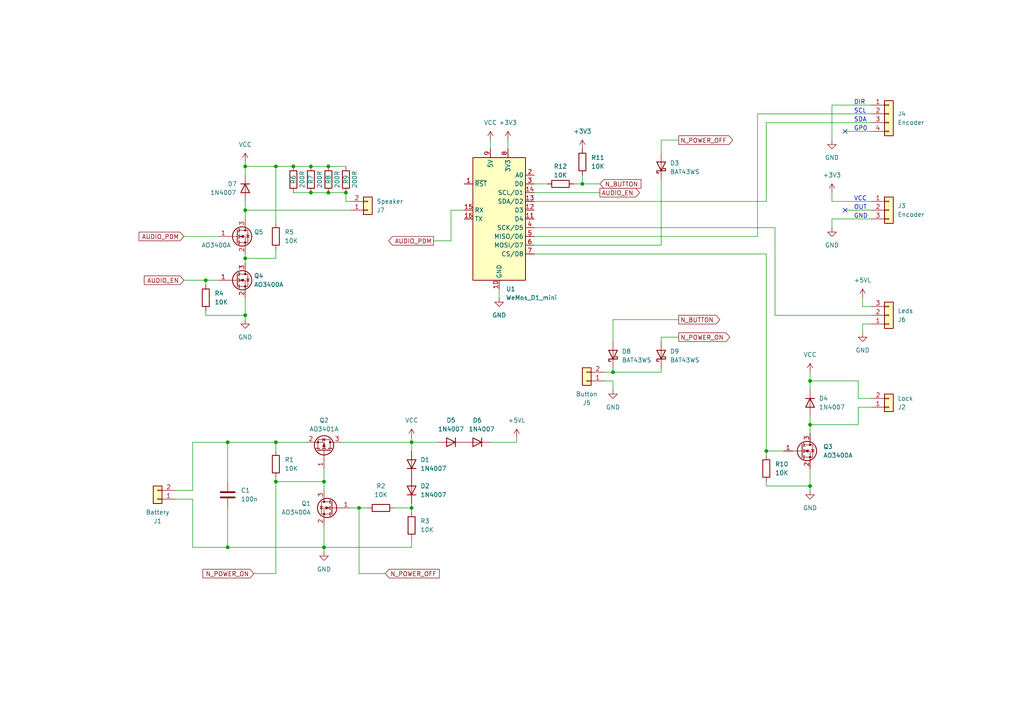
<source format=kicad_sch>
(kicad_sch (version 20230121) (generator eeschema)
  (paper "A4")
  (title_block (title "Pirate Box") (rev "1A"))
  (lib_symbols
    (symbol "Connector_Generic:Conn_01x02" (pin_names (offset 1.016) hide)
      (property "Reference" "J" (at 0 2.54 0))
      (property "Value" "Conn_01x02" (at 0 -5.08 0))
      (symbol "Conn_01x02_1_1"
        (rectangle (start -1.27 -2.413) (end 0 -2.667) (stroke (width 0.1524)))
        (rectangle (start -1.27 0.127) (end 0 -0.127) (stroke (width 0.1524)))
        (rectangle (start -1.27 1.27) (end 1.27 -3.81) (stroke (width 0.254)) (fill (type background)))
        (pin passive line (at -5.08 0 0) (length 3.81) (name "Pin_1") (number "1"))
        (pin passive line (at -5.08 -2.54 0) (length 3.81) (name "Pin_2") (number "2"))
      )
    )
    (symbol "Connector_Generic:Conn_01x03" (pin_names (offset 1.016) hide)
      (property "Reference" "J" (at 0 5.08 0))
      (property "Value" "Conn_01x03" (at 0 -5.08 0))
      (symbol "Conn_01x03_1_1"
        (rectangle (start -1.27 -2.413) (end 0 -2.667) (stroke (width 0.1524)))
        (rectangle (start -1.27 0.127) (end 0 -0.127) (stroke (width 0.1524)))
        (rectangle (start -1.27 2.667) (end 0 2.413) (stroke (width 0.1524)))
        (rectangle (start -1.27 3.81) (end 1.27 -3.81) (stroke (width 0.254)) (fill (type background)))
        (pin passive line (at -5.08 2.54 0) (length 3.81) (name "Pin_1") (number "1"))
        (pin passive line (at -5.08 0 0) (length 3.81) (name "Pin_2") (number "2"))
        (pin passive line (at -5.08 -2.54 0) (length 3.81) (name "Pin_3") (number "3"))
      )
    )
    (symbol "Connector_Generic:Conn_01x04" (pin_names (offset 1.016) hide)
      (property "Reference" "J" (at 0 5.08 0))
      (property "Value" "Conn_01x04" (at 0 -7.62 0))
      (symbol "Conn_01x04_1_1"
        (rectangle (start -1.27 -4.953) (end 0 -5.207) (stroke (width 0.1524)))
        (rectangle (start -1.27 -2.413) (end 0 -2.667) (stroke (width 0.1524)))
        (rectangle (start -1.27 0.127) (end 0 -0.127) (stroke (width 0.1524)))
        (rectangle (start -1.27 2.667) (end 0 2.413) (stroke (width 0.1524)))
        (rectangle (start -1.27 3.81) (end 1.27 -6.35) (stroke (width 0.254)) (fill (type background)))
        (pin passive line (at -5.08 2.54 0) (length 3.81) (name "Pin_1") (number "1"))
        (pin passive line (at -5.08 0 0) (length 3.81) (name "Pin_2") (number "2"))
        (pin passive line (at -5.08 -2.54 0) (length 3.81) (name "Pin_3") (number "3"))
        (pin passive line (at -5.08 -5.08 0) (length 3.81) (name "Pin_4") (number "4"))
      )
    )
    (symbol "Device:C" (pin_numbers hide) (pin_names (offset 0.254))
      (property "Reference" "C" (at 0.635 2.54 0))
      (property "Value" "C" (at 0.635 -2.54 0))
      (symbol "C_0_1"
        (polyline (pts (xy -2.032 -0.762) (xy 2.032 -0.762)) (stroke (width 0.508)))
        (polyline (pts (xy -2.032 0.762) (xy 2.032 0.762)) (stroke (width 0.508)))
      )
      (symbol "C_1_1"
        (pin passive line (at 0 3.81 270) (length 2.794) (name "~") (number "1"))
        (pin passive line (at 0 -3.81 90) (length 2.794) (name "~") (number "2"))
      )
    )
    (symbol "Device:D" (pin_numbers hide) (pin_names (offset 1.016) hide)
      (property "Reference" "D" (at 0 2.54 0))
      (property "Value" "D" (at 0 -2.54 0))
      (symbol "D_0_1"
        (polyline (pts (xy -1.27 1.27) (xy -1.27 -1.27)) (stroke (width 0.254)))
        (polyline (pts (xy 1.27 0) (xy -1.27 0)))
        (polyline (pts (xy 1.27 1.27) (xy 1.27 -1.27) (xy -1.27 0) (xy 1.27 1.27)) (stroke (width 0.254)))
      )
      (symbol "D_1_1"
        (pin passive line (at -3.81 0 0) (length 2.54) (name "K") (number "1"))
        (pin passive line (at 3.81 0 180) (length 2.54) (name "A") (number "2"))
      )
    )
    (symbol "Device:D_Schottky" (pin_numbers hide) (pin_names (offset 1.016) hide)
      (property "Reference" "D" (at 0 2.54 0))
      (property "Value" "D_Schottky" (at 0 -2.54 0))
      (symbol "D_Schottky_0_1"
        (polyline (pts (xy 1.27 0) (xy -1.27 0)))
        (polyline (pts (xy 1.27 1.27) (xy 1.27 -1.27) (xy -1.27 0) (xy 1.27 1.27)) (stroke (width 0.254)))
        (polyline (pts (xy -1.905 0.635) (xy -1.905 1.27) (xy -1.27 1.27) (xy -1.27 -1.27) (xy -0.635 -1.27) (xy -0.635 -0.635)) (stroke (width 0.254)))
      )
      (symbol "D_Schottky_1_1"
        (pin passive line (at -3.81 0 0) (length 2.54) (name "K") (number "1"))
        (pin passive line (at 3.81 0 180) (length 2.54) (name "A") (number "2"))
      )
    )
    (symbol "Device:R" (pin_numbers hide) (pin_names (offset 0))
      (property "Reference" "R" (at 2.032 0 90))
      (property "Value" "R" (at 0 0 90))
      (symbol "R_0_1"
        (rectangle (start -1.016 -2.54) (end 1.016 2.54) (stroke (width 0.254)))
      )
      (symbol "R_1_1"
        (pin passive line (at 0 3.81 270) (length 1.27) (name "~") (number "1"))
        (pin passive line (at 0 -3.81 90) (length 1.27) (name "~") (number "2"))
      )
    )
    (symbol "MCU_Module:WeMos_D1_mini"
      (property "Reference" "U" (at 3.81 19.05 0))
      (property "Value" "WeMos_D1_mini" (at 1.27 -19.05 0))
      (symbol "WeMos_D1_mini_1_1"
        (rectangle (start -7.62 17.78) (end 7.62 -17.78) (stroke (width 0.254)) (fill (type background)))
        (pin input line (at -10.16 10.16 0) (length 2.54) (name "~{RST}") (number "1"))
        (pin power_in line (at 0 -20.32 90) (length 2.54) (name "GND") (number "10"))
        (pin bidirectional line (at 10.16 0 180) (length 2.54) (name "D4") (number "11"))
        (pin bidirectional line (at 10.16 2.54 180) (length 2.54) (name "D3") (number "12"))
        (pin bidirectional line (at 10.16 5.08 180) (length 2.54) (name "SDA/D2") (number "13"))
        (pin bidirectional line (at 10.16 7.62 180) (length 2.54) (name "SCL/D1") (number "14"))
        (pin input line (at -10.16 2.54 0) (length 2.54) (name "RX") (number "15"))
        (pin output line (at -10.16 0 0) (length 2.54) (name "TX") (number "16"))
        (pin input line (at 10.16 12.7 180) (length 2.54) (name "A0") (number "2"))
        (pin bidirectional line (at 10.16 10.16 180) (length 2.54) (name "D0") (number "3"))
        (pin bidirectional line (at 10.16 -2.54 180) (length 2.54) (name "SCK/D5") (number "4"))
        (pin bidirectional line (at 10.16 -5.08 180) (length 2.54) (name "MISO/D6") (number "5"))
        (pin bidirectional line (at 10.16 -7.62 180) (length 2.54) (name "MOSI/D7") (number "6"))
        (pin bidirectional line (at 10.16 -10.16 180) (length 2.54) (name "CS/D8") (number "7"))
        (pin power_out line (at 2.54 20.32 270) (length 2.54) (name "3V3") (number "8"))
        (pin power_in line (at -2.54 20.32 270) (length 2.54) (name "5V") (number "9"))
      )
    )
    (symbol "Transistor_FET:AO3400A" (pin_names hide)
      (property "Reference" "Q" (at 5.08 1.905 0))
      (property "Value" "AO3400A" (at 5.08 0 0))
      (symbol "AO3400A_0_1"
        (polyline (pts (xy 0.254 0) (xy -2.54 0)))
        (polyline (pts (xy 0.254 1.905) (xy 0.254 -1.905)) (stroke (width 0.254)))
        (polyline (pts (xy 0.762 -1.27) (xy 0.762 -2.286)) (stroke (width 0.254)))
        (polyline (pts (xy 0.762 0.508) (xy 0.762 -0.508)) (stroke (width 0.254)))
        (polyline (pts (xy 0.762 2.286) (xy 0.762 1.27)) (stroke (width 0.254)))
        (polyline (pts (xy 2.54 2.54) (xy 2.54 1.778)))
        (polyline (pts (xy 2.54 -2.54) (xy 2.54 0) (xy 0.762 0)))
        (polyline (pts (xy 0.762 -1.778) (xy 3.302 -1.778) (xy 3.302 1.778) (xy 0.762 1.778)))
        (polyline (pts (xy 1.016 0) (xy 2.032 0.381) (xy 2.032 -0.381) (xy 1.016 0)) (fill (type outline)))
        (polyline (pts (xy 2.794 0.508) (xy 2.921 0.381) (xy 3.683 0.381) (xy 3.81 0.254)))
        (polyline (pts (xy 3.302 0.381) (xy 2.921 -0.254) (xy 3.683 -0.254) (xy 3.302 0.381)))
        (circle (center 1.651 0) (radius 2.794) (stroke (width 0.254)))
        (circle (center 2.54 -1.778) (radius 0.254) (fill (type outline)))
        (circle (center 2.54 1.778) (radius 0.254) (fill (type outline)))
      )
      (symbol "AO3400A_1_1"
        (pin input line (at -5.08 0 0) (length 2.54) (name "G") (number "1"))
        (pin passive line (at 2.54 -5.08 90) (length 2.54) (name "S") (number "2"))
        (pin passive line (at 2.54 5.08 270) (length 2.54) (name "D") (number "3"))
      )
    )
    (symbol "Transistor_FET:AO3401A" (pin_names hide)
      (property "Reference" "Q" (at 5.08 1.905 0))
      (property "Value" "AO3401A" (at 5.08 0 0))
      (symbol "AO3401A_0_1"
        (polyline (pts (xy 0.254 0) (xy -2.54 0)))
        (polyline (pts (xy 0.254 1.905) (xy 0.254 -1.905)) (stroke (width 0.254)))
        (polyline (pts (xy 0.762 -1.27) (xy 0.762 -2.286)) (stroke (width 0.254)))
        (polyline (pts (xy 0.762 0.508) (xy 0.762 -0.508)) (stroke (width 0.254)))
        (polyline (pts (xy 0.762 2.286) (xy 0.762 1.27)) (stroke (width 0.254)))
        (polyline (pts (xy 2.54 2.54) (xy 2.54 1.778)))
        (polyline (pts (xy 2.54 -2.54) (xy 2.54 0) (xy 0.762 0)))
        (polyline (pts (xy 0.762 1.778) (xy 3.302 1.778) (xy 3.302 -1.778) (xy 0.762 -1.778)))
        (polyline (pts (xy 2.286 0) (xy 1.27 0.381) (xy 1.27 -0.381) (xy 2.286 0)) (fill (type outline)))
        (polyline (pts (xy 2.794 -0.508) (xy 2.921 -0.381) (xy 3.683 -0.381) (xy 3.81 -0.254)))
        (polyline (pts (xy 3.302 -0.381) (xy 2.921 0.254) (xy 3.683 0.254) (xy 3.302 -0.381)))
        (circle (center 1.651 0) (radius 2.794) (stroke (width 0.254)))
        (circle (center 2.54 -1.778) (radius 0.254) (fill (type outline)))
        (circle (center 2.54 1.778) (radius 0.254) (fill (type outline)))
      )
      (symbol "AO3401A_1_1"
        (pin input line (at -5.08 0 0) (length 2.54) (name "G") (number "1"))
        (pin passive line (at 2.54 -5.08 90) (length 2.54) (name "S") (number "2"))
        (pin passive line (at 2.54 5.08 270) (length 2.54) (name "D") (number "3"))
      )
    )
    (symbol "power:+3V3" (power) (pin_names (offset 0))
      (property "Value" "+3V3" (at 0 3.556 0))
      (symbol "+3V3_0_1"
        (polyline (pts (xy -0.762 1.27) (xy 0 2.54)))
        (polyline (pts (xy 0 0) (xy 0 2.54)))
        (polyline (pts (xy 0 2.54) (xy 0.762 1.27)))
      )
      (symbol "+3V3_1_1"
        (pin power_in line (at 0 0 90) (length 0) hide (name "+3V3") (number "1"))
      )
    )
    (symbol "power:+5VL" (power) (pin_names (offset 0))
      (property "Value" "+5VL" (at 0 3.556 0))
      (symbol "+5VL_0_1"
        (polyline (pts (xy -0.762 1.27) (xy 0 2.54)))
        (polyline (pts (xy 0 0) (xy 0 2.54)))
        (polyline (pts (xy 0 2.54) (xy 0.762 1.27)))
      )
      (symbol "+5VL_1_1"
        (pin power_in line (at 0 0 90) (length 0) hide (name "+5VL") (number "1"))
      )
    )
    (symbol "power:GND" (power) (pin_names (offset 0))
      (property "Value" "GND" (at 0 -3.81 0))
      (symbol "GND_0_1"
        (polyline (pts (xy 0 0) (xy 0 -1.27) (xy 1.27 -1.27) (xy 0 -2.54) (xy -1.27 -1.27) (xy 0 -1.27)))
      )
      (symbol "GND_1_1"
        (pin power_in line (at 0 0 270) (length 0) hide (name "GND") (number "1"))
      )
    )
    (symbol "power:VCC" (power) (pin_names (offset 0))
      (property "Value" "VCC" (at 0 3.81 0))
      (symbol "VCC_0_1"
        (polyline (pts (xy -0.762 1.27) (xy 0 2.54)))
        (polyline (pts (xy 0 0) (xy 0 2.54)))
        (polyline (pts (xy 0 2.54) (xy 0.762 1.27)))
      )
      (symbol "VCC_1_1"
        (pin power_in line (at 0 0 90) (length 0) hide (name "VCC") (number "1"))
      )
    )
  )
  (junction (at 95.25 48.26))
  (junction (at 100.33 55.88))
  (junction (at 119.38 147.32))
  (junction (at 66.04 128.27))
  (junction (at 90.17 55.88))
  (junction (at 93.98 158.75))
  (junction (at 90.17 48.26))
  (junction (at 80.01 139.7))
  (junction (at 71.12 91.44))
  (junction (at 80.01 128.27))
  (junction (at 66.04 158.75))
  (junction (at 234.95 123.19))
  (junction (at 71.12 60.96))
  (junction (at 234.95 140.97))
  (junction (at 119.38 128.27))
  (junction (at 104.14 147.32))
  (junction (at 234.95 110.49))
  (junction (at 80.01 48.26))
  (junction (at 177.8 107.95))
  (junction (at 71.12 74.93))
  (junction (at 71.12 48.26))
  (junction (at 85.09 48.26))
  (junction (at 168.91 53.34))
  (junction (at 222.25 130.81))
  (junction (at 59.69 81.28))
  (junction (at 95.25 55.88))
  (junction (at 93.98 139.7))
  (no_connect (at 245.11 38.1))
  (no_connect (at 245.11 60.96))
  (wire (pts (xy 130.81 69.85) (xy 130.81 60.96)))
  (wire (pts (xy 222.25 130.81) (xy 227.33 130.81)))
  (wire (pts (xy 100.33 55.88) (xy 100.33 58.42)))
  (wire (pts (xy 252.73 88.9) (xy 250.19 88.9)))
  (wire (pts (xy 142.24 128.27) (xy 149.86 128.27)))
  (wire (pts (xy 55.88 128.27) (xy 66.04 128.27)))
  (wire (pts (xy 248.92 115.57) (xy 248.92 110.49)))
  (wire (pts (xy 50.8 142.24) (xy 55.88 142.24)))
  (wire (pts (xy 166.37 53.34) (xy 168.91 53.34)))
  (wire (pts (xy 234.95 107.95) (xy 234.95 110.49)))
  (wire (pts (xy 80.01 128.27) (xy 88.9 128.27)))
  (wire (pts (xy 177.8 106.68) (xy 177.8 107.95)))
  (wire (pts (xy 252.73 93.98) (xy 250.19 93.98)))
  (wire (pts (xy 154.94 73.66) (xy 222.25 73.66)))
  (wire (pts (xy 71.12 91.44) (xy 71.12 92.71)))
  (wire (pts (xy 222.25 73.66) (xy 222.25 130.81)))
  (wire (pts (xy 71.12 48.26) (xy 71.12 50.8)))
  (wire (pts (xy 219.71 33.02) (xy 219.71 68.58)))
  (wire (pts (xy 80.01 128.27) (xy 80.01 130.81)))
  (wire (pts (xy 55.88 142.24) (xy 55.88 128.27)))
  (wire (pts (xy 55.88 144.78) (xy 50.8 144.78)))
  (wire (pts (xy 119.38 147.32) (xy 119.38 148.59)))
  (wire (pts (xy 80.01 139.7) (xy 80.01 166.37)))
  (wire (pts (xy 191.77 44.45) (xy 191.77 40.64)))
  (wire (pts (xy 154.94 55.88) (xy 173.99 55.88)))
  (wire (pts (xy 222.25 35.56) (xy 252.73 35.56)))
  (wire (pts (xy 222.25 140.97) (xy 234.95 140.97)))
  (wire (pts (xy 71.12 60.96) (xy 101.6 60.96)))
  (wire (pts (xy 177.8 110.49) (xy 177.8 113.03)))
  (wire (pts (xy 59.69 82.55) (xy 59.69 81.28)))
  (wire (pts (xy 177.8 107.95) (xy 191.77 107.95)))
  (wire (pts (xy 252.73 91.44) (xy 224.79 91.44)))
  (wire (pts (xy 245.11 60.96) (xy 252.73 60.96)))
  (wire (pts (xy 154.94 68.58) (xy 219.71 68.58)))
  (wire (pts (xy 252.73 115.57) (xy 248.92 115.57)))
  (wire (pts (xy 234.95 120.65) (xy 234.95 123.19)))
  (wire (pts (xy 80.01 48.26) (xy 71.12 48.26)))
  (wire (pts (xy 222.25 139.7) (xy 222.25 140.97)))
  (wire (pts (xy 252.73 63.5) (xy 241.3 63.5)))
  (wire (pts (xy 80.01 74.93) (xy 80.01 72.39)))
  (wire (pts (xy 234.95 135.89) (xy 234.95 140.97)))
  (wire (pts (xy 149.86 128.27) (xy 149.86 127)))
  (wire (pts (xy 53.34 81.28) (xy 59.69 81.28)))
  (wire (pts (xy 191.77 40.64) (xy 196.85 40.64)))
  (wire (pts (xy 93.98 158.75) (xy 66.04 158.75)))
  (wire (pts (xy 71.12 46.99) (xy 71.12 48.26)))
  (wire (pts (xy 119.38 128.27) (xy 119.38 130.81)))
  (wire (pts (xy 168.91 53.34) (xy 168.91 50.8)))
  (wire (pts (xy 80.01 138.43) (xy 80.01 139.7)))
  (wire (pts (xy 224.79 91.44) (xy 224.79 66.04)))
  (wire (pts (xy 73.66 166.37) (xy 80.01 166.37)))
  (wire (pts (xy 80.01 139.7) (xy 93.98 139.7)))
  (wire (pts (xy 71.12 74.93) (xy 80.01 74.93)))
  (wire (pts (xy 234.95 123.19) (xy 248.92 123.19)))
  (wire (pts (xy 101.6 147.32) (xy 104.14 147.32)))
  (wire (pts (xy 95.25 55.88) (xy 100.33 55.88)))
  (wire (pts (xy 248.92 118.11) (xy 252.73 118.11)))
  (wire (pts (xy 104.14 147.32) (xy 106.68 147.32)))
  (wire (pts (xy 93.98 135.89) (xy 93.98 139.7)))
  (wire (pts (xy 175.26 110.49) (xy 177.8 110.49)))
  (wire (pts (xy 93.98 152.4) (xy 93.98 158.75)))
  (wire (pts (xy 119.38 127) (xy 119.38 128.27)))
  (wire (pts (xy 241.3 63.5) (xy 241.3 66.04)))
  (wire (pts (xy 154.94 71.12) (xy 191.77 71.12)))
  (wire (pts (xy 93.98 158.75) (xy 93.98 160.02)))
  (wire (pts (xy 99.06 128.27) (xy 119.38 128.27)))
  (wire (pts (xy 114.3 147.32) (xy 119.38 147.32)))
  (wire (pts (xy 175.26 107.95) (xy 177.8 107.95)))
  (wire (pts (xy 119.38 158.75) (xy 93.98 158.75)))
  (wire (pts (xy 59.69 90.17) (xy 59.69 91.44)))
  (wire (pts (xy 191.77 107.95) (xy 191.77 106.68)))
  (wire (pts (xy 100.33 58.42) (xy 101.6 58.42)))
  (wire (pts (xy 177.8 92.71) (xy 196.85 92.71)))
  (wire (pts (xy 222.25 58.42) (xy 222.25 35.56)))
  (wire (pts (xy 147.32 40.64) (xy 147.32 43.18)))
  (wire (pts (xy 71.12 60.96) (xy 71.12 63.5)))
  (wire (pts (xy 154.94 58.42) (xy 222.25 58.42)))
  (wire (pts (xy 252.73 38.1) (xy 245.11 38.1)))
  (wire (pts (xy 234.95 123.19) (xy 234.95 125.73)))
  (wire (pts (xy 71.12 73.66) (xy 71.12 74.93)))
  (wire (pts (xy 55.88 158.75) (xy 66.04 158.75)))
  (wire (pts (xy 90.17 48.26) (xy 95.25 48.26)))
  (wire (pts (xy 71.12 91.44) (xy 71.12 86.36)))
  (wire (pts (xy 85.09 48.26) (xy 80.01 48.26)))
  (wire (pts (xy 130.81 69.85) (xy 125.73 69.85)))
  (wire (pts (xy 222.25 130.81) (xy 222.25 132.08)))
  (wire (pts (xy 85.09 48.26) (xy 90.17 48.26)))
  (wire (pts (xy 66.04 158.75) (xy 66.04 147.32)))
  (wire (pts (xy 66.04 128.27) (xy 80.01 128.27)))
  (wire (pts (xy 191.77 97.79) (xy 196.85 97.79)))
  (wire (pts (xy 80.01 48.26) (xy 80.01 64.77)))
  (wire (pts (xy 252.73 58.42) (xy 241.3 58.42)))
  (wire (pts (xy 93.98 139.7) (xy 93.98 142.24)))
  (wire (pts (xy 154.94 66.04) (xy 224.79 66.04)))
  (wire (pts (xy 59.69 91.44) (xy 71.12 91.44)))
  (wire (pts (xy 241.3 40.64) (xy 241.3 30.48)))
  (wire (pts (xy 177.8 99.06) (xy 177.8 92.71)))
  (wire (pts (xy 168.91 53.34) (xy 173.99 53.34)))
  (wire (pts (xy 55.88 158.75) (xy 55.88 144.78)))
  (wire (pts (xy 241.3 30.48) (xy 252.73 30.48)))
  (wire (pts (xy 234.95 110.49) (xy 234.95 113.03)))
  (wire (pts (xy 119.38 146.05) (xy 119.38 147.32)))
  (wire (pts (xy 142.24 40.64) (xy 142.24 43.18)))
  (wire (pts (xy 95.25 48.26) (xy 100.33 48.26)))
  (wire (pts (xy 66.04 139.7) (xy 66.04 128.27)))
  (wire (pts (xy 53.34 68.58) (xy 63.5 68.58)))
  (wire (pts (xy 71.12 74.93) (xy 71.12 76.2)))
  (wire (pts (xy 154.94 53.34) (xy 158.75 53.34)))
  (wire (pts (xy 119.38 128.27) (xy 127 128.27)))
  (wire (pts (xy 119.38 156.21) (xy 119.38 158.75)))
  (wire (pts (xy 59.69 81.28) (xy 63.5 81.28)))
  (wire (pts (xy 250.19 88.9) (xy 250.19 86.36)))
  (wire (pts (xy 250.19 93.98) (xy 250.19 96.52)))
  (wire (pts (xy 134.62 60.96) (xy 130.81 60.96)))
  (wire (pts (xy 241.3 58.42) (xy 241.3 55.88)))
  (wire (pts (xy 252.73 33.02) (xy 219.71 33.02)))
  (wire (pts (xy 71.12 58.42) (xy 71.12 60.96)))
  (wire (pts (xy 85.09 55.88) (xy 90.17 55.88)))
  (wire (pts (xy 104.14 147.32) (xy 104.14 166.37)))
  (wire (pts (xy 191.77 99.06) (xy 191.77 97.79)))
  (wire (pts (xy 104.14 166.37) (xy 111.76 166.37)))
  (wire (pts (xy 248.92 123.19) (xy 248.92 118.11)))
  (wire (pts (xy 191.77 71.12) (xy 191.77 52.07)))
  (wire (pts (xy 234.95 140.97) (xy 234.95 142.24)))
  (wire (pts (xy 90.17 55.88) (xy 95.25 55.88)))
  (wire (pts (xy 248.92 110.49) (xy 234.95 110.49)))
  (wire (pts (xy 144.78 83.82) (xy 144.78 86.36)))
  (text "OUT" (at 247.65 60.96 0) (effects (font (size 1.27 1.27)) (justify left bottom)))
  (text "GND" (at 247.65 63.5 0) (effects (font (size 1.27 1.27)) (justify left bottom)))
  (text "DIR" (at 247.65 30.48 0) (effects (font (size 1.27 1.27)) (justify left bottom)))
  (text "GP0" (at 247.65 38.1 0) (effects (font (size 1.27 1.27)) (justify left bottom)))
  (text "SDA" (at 247.65 35.56 0) (effects (font (size 1.27 1.27)) (justify left bottom)))
  (text "VCC" (at 247.65 58.42 0) (effects (font (size 1.27 1.27)) (justify left bottom)))
  (text "SCL" (at 247.65 33.02 0) (effects (font (size 1.27 1.27)) (justify left bottom)))
  (global_label "N_POWER_ON" (shape output) (at 196.85 97.79 0) (property "Intersheetrefs" "${INTERSHEET_REFS}" (effects hide)))
  (global_label "N_POWER_OFF" (shape input) (at 111.76 166.37 0) (property "Intersheetrefs" "${INTERSHEET_REFS}" (effects hide)))
  (global_label "AUDIO_PDM" (shape input) (at 53.34 68.58 180) (property "Intersheetrefs" "${INTERSHEET_REFS}" (effects hide)))
  (global_label "N_BUTTON" (shape input) (at 173.99 53.34 0) (property "Intersheetrefs" "${INTERSHEET_REFS}" (effects hide)))
  (global_label "N_POWER_OFF" (shape output) (at 196.85 40.64 0) (property "Intersheetrefs" "${INTERSHEET_REFS}" (effects hide)))
  (global_label "N_BUTTON" (shape output) (at 196.85 92.71 0) (property "Intersheetrefs" "${INTERSHEET_REFS}" (effects hide)))
  (global_label "AUDIO_EN" (shape input) (at 53.34 81.28 180) (property "Intersheetrefs" "${INTERSHEET_REFS}" (effects hide)))
  (global_label "N_POWER_ON" (shape input) (at 73.66 166.37 180) (property "Intersheetrefs" "${INTERSHEET_REFS}" (effects hide)))
  (global_label "AUDIO_EN" (shape output) (at 173.99 55.88 0) (property "Intersheetrefs" "${INTERSHEET_REFS}" (effects hide)))
  (global_label "AUDIO_PDM" (shape output) (at 125.73 69.85 180) (property "Intersheetrefs" "${INTERSHEET_REFS}" (effects hide)))
  (symbol (lib_id "Device:R") (at 95.25 52.07 180) (unit 1)
    (property "Reference" "R8" (at 95.25 52.07 90))
    (property "Value" "200R" (at 97.79 52.07 90))
    (property "Footprint" "Resistor_SMD:R_0603_1608Metric_Pad0.98x0.95mm_HandSolder" (effects hide))
  )
  (symbol (lib_id "power:VCC") (at 71.12 46.99 0) (unit 1)
    (property "Reference" "#PWR016" (effects hide))
    (property "Value" "VCC" (at 71.12 41.91 0))
  )
  (symbol (lib_id "Connector_Generic:Conn_01x02") (at 106.68 60.96 0) (mirror x) (unit 1)
    (property "Reference" "J7" (at 109.22 60.96 0) (effects (justify left)))
    (property "Value" "Speaker" (at 109.22 58.42 0) (effects (justify left)))
    (property "Footprint" "Connector_PinHeader_2.54mm:PinHeader_1x02_P2.54mm_Vertical" (effects hide))
  )
  (symbol (lib_id "MCU_Module:WeMos_D1_mini") (at 144.78 63.5 0) (unit 1)
    (property "Reference" "U1" (at 146.7359 83.82 0) (effects (justify left)))
    (property "Value" "WeMos_D1_mini" (at 146.7359 86.36 0) (effects (justify left)))
    (property "Footprint" "Module:WEMOS_D1_mini_light" (effects hide))
    (property "Datasheet" "https://wiki.wemos.cc/products:d1:d1_mini#documentation" (effects hide))
  )
  (symbol (lib_id "power:GND") (at 71.12 92.71 0) (unit 1)
    (property "Reference" "#PWR017" (effects hide))
    (property "Value" "GND" (at 71.12 97.79 0))
  )
  (symbol (lib_id "Transistor_FET:AO3400A") (at 68.58 81.28 0) (unit 1)
    (property "Reference" "Q4" (at 73.66 80.01 0) (effects (justify left)))
    (property "Value" "AO3400A" (at 73.66 82.55 0) (effects (justify left)))
    (property "Footprint" "Package_TO_SOT_SMD:SOT-23" (effects hide))
    (property "Datasheet" "http://www.aosmd.com/pdfs/datasheet/AO3400A.pdf" (effects hide))
  )
  (symbol (lib_id "Device:R") (at 90.17 52.07 180) (unit 1)
    (property "Reference" "R7" (at 90.17 52.07 90))
    (property "Value" "200R" (at 92.71 52.07 90))
    (property "Footprint" "Resistor_SMD:R_0603_1608Metric_Pad0.98x0.95mm_HandSolder" (effects hide))
  )
  (symbol (lib_id "power:GND") (at 250.19 96.52 0) (unit 1)
    (property "Reference" "#PWR011" (effects hide))
    (property "Value" "GND" (at 250.19 101.6 0))
  )
  (symbol (lib_id "Transistor_FET:AO3400A") (at 232.41 130.81 0) (unit 1)
    (property "Reference" "Q3" (at 238.76 129.54 0) (effects (justify left)))
    (property "Value" "AO3400A" (at 238.76 132.08 0) (effects (justify left)))
    (property "Footprint" "Package_TO_SOT_SMD:SOT-23" (effects hide))
    (property "Datasheet" "http://www.aosmd.com/pdfs/datasheet/AO3400A.pdf" (effects hide))
  )
  (symbol (lib_id "Device:R") (at 80.01 68.58 0) (unit 1)
    (property "Reference" "R5" (at 82.55 67.31 0) (effects (justify left)))
    (property "Value" "10K" (at 82.55 69.85 0) (effects (justify left)))
    (property "Footprint" "Resistor_SMD:R_0603_1608Metric_Pad0.98x0.95mm_HandSolder" (effects hide))
  )
  (symbol (lib_id "power:+5VL") (at 250.19 86.36 0) (unit 1)
    (property "Reference" "#PWR06" (effects hide))
    (property "Value" "+5VL" (at 250.19 81.28 0))
  )
  (symbol (lib_id "Device:R") (at 80.01 134.62 180) (unit 1)
    (property "Reference" "R1" (at 82.55 133.35 0) (effects (justify right)))
    (property "Value" "10K" (at 82.55 135.89 0) (effects (justify right)))
    (property "Footprint" "Resistor_SMD:R_0603_1608Metric_Pad0.98x0.95mm_HandSolder" (effects hide))
  )
  (symbol (lib_id "Connector_Generic:Conn_01x03") (at 257.81 91.44 0) (mirror x) (unit 1)
    (property "Reference" "J6" (at 260.35 92.71 0) (effects (justify left)))
    (property "Value" "Leds" (at 260.35 90.17 0) (effects (justify left)))
    (property "Footprint" "Connector_PinHeader_2.54mm:PinHeader_1x03_P2.54mm_Vertical" (effects hide))
  )
  (symbol (lib_id "power:GND") (at 177.8 113.03 0) (unit 1)
    (property "Reference" "#PWR07" (effects hide))
    (property "Value" "GND" (at 177.8 118.11 0))
  )
  (symbol (lib_id "power:+3V3") (at 168.91 43.18 0) (unit 1)
    (property "Reference" "#PWR015" (effects hide))
    (property "Value" "+3V3" (at 168.91 38.1 0))
  )
  (symbol (lib_id "power:VCC") (at 119.38 127 0) (unit 1)
    (property "Reference" "#PWR02" (effects hide))
    (property "Value" "VCC" (at 119.38 121.92 0))
  )
  (symbol (lib_id "Device:D") (at 138.43 128.27 180) (unit 1)
    (property "Reference" "D6" (at 138.43 121.92 0))
    (property "Value" "1N4007" (at 139.7 124.46 0))
    (property "Footprint" "Diode_SMD:D_SMA" (effects hide))
    (property "Sim.Device" "D" (effects hide))
    (property "Sim.Pins" "1=K 2=A" (effects hide))
  )
  (symbol (lib_id "power:VCC") (at 142.24 40.64 0) (unit 1)
    (property "Reference" "#PWR03" (effects hide))
    (property "Value" "VCC" (at 142.24 35.56 0))
  )
  (symbol (lib_id "Device:R") (at 119.38 152.4 0) (unit 1)
    (property "Reference" "R3" (at 121.92 151.13 0) (effects (justify left)))
    (property "Value" "10K" (at 121.92 153.67 0) (effects (justify left)))
    (property "Footprint" "Resistor_SMD:R_0603_1608Metric_Pad0.98x0.95mm_HandSolder" (effects hide))
  )
  (symbol (lib_id "Connector_Generic:Conn_01x02") (at 257.81 118.11 0) (mirror x) (unit 1)
    (property "Reference" "J2" (at 260.35 118.11 0) (effects (justify left)))
    (property "Value" "Lock" (at 260.35 115.57 0) (effects (justify left)))
    (property "Footprint" "Connector_JST:JST_PH_B2B-PH-K_1x02_P2.00mm_Vertical" (effects hide))
  )
  (symbol (lib_id "power:GND") (at 241.3 66.04 0) (unit 1)
    (property "Reference" "#PWR013" (effects hide))
    (property "Value" "GND" (at 241.3 71.12 0))
  )
  (symbol (lib_id "Device:D") (at 130.81 128.27 180) (unit 1)
    (property "Reference" "D5" (at 130.81 121.92 0))
    (property "Value" "1N4007" (at 130.81 124.46 0))
    (property "Footprint" "Diode_SMD:D_SMA" (effects hide))
    (property "Sim.Device" "D" (effects hide))
    (property "Sim.Pins" "1=K 2=A" (effects hide))
  )
  (symbol (lib_id "power:+5VL") (at 149.86 127 0) (unit 1)
    (property "Reference" "#PWR012" (effects hide))
    (property "Value" "+5VL" (at 149.86 121.92 0))
  )
  (symbol (lib_id "Transistor_FET:AO3400A") (at 96.52 147.32 0) (mirror y) (unit 1)
    (property "Reference" "Q1" (at 90.17 146.05 0) (effects (justify left)))
    (property "Value" "AO3400A" (at 90.17 148.59 0) (effects (justify left)))
    (property "Footprint" "Package_TO_SOT_SMD:SOT-23" (effects hide))
    (property "Datasheet" "http://www.aosmd.com/pdfs/datasheet/AO3400A.pdf" (effects hide))
  )
  (symbol (lib_id "power:GND") (at 234.95 142.24 0) (unit 1)
    (property "Reference" "#PWR08" (effects hide))
    (property "Value" "GND" (at 234.95 147.32 0))
  )
  (symbol (lib_id "power:GND") (at 93.98 160.02 0) (unit 1)
    (property "Reference" "#PWR01" (effects hide))
    (property "Value" "GND" (at 93.98 165.1 0))
  )
  (symbol (lib_id "Device:D") (at 119.38 134.62 90) (unit 1)
    (property "Reference" "D1" (at 121.92 133.35 90) (effects (justify right)))
    (property "Value" "1N4007" (at 121.92 135.89 90) (effects (justify right)))
    (property "Footprint" "Diode_SMD:D_SMA" (effects hide))
    (property "Sim.Device" "D" (effects hide))
    (property "Sim.Pins" "1=K 2=A" (effects hide))
  )
  (symbol (lib_id "power:VCC") (at 234.95 107.95 0) (unit 1)
    (property "Reference" "#PWR09" (effects hide))
    (property "Value" "VCC" (at 234.95 102.87 0))
  )
  (symbol (lib_id "Connector_Generic:Conn_01x02") (at 45.72 144.78 180) (unit 1)
    (property "Reference" "J1" (at 45.72 151.13 0))
    (property "Value" "Battery" (at 45.72 148.59 0))
    (property "Footprint" "footprints:TerminalBlock_KaiFeng_KF141R-2_1x02_P2.54mm" (effects hide))
  )
  (symbol (lib_id "Device:R") (at 162.56 53.34 90) (unit 1)
    (property "Reference" "R12" (at 162.56 48.26 90))
    (property "Value" "10K" (at 162.56 50.8 90))
    (property "Footprint" "Resistor_SMD:R_0603_1608Metric_Pad0.98x0.95mm_HandSolder" (effects hide))
  )
  (symbol (lib_id "Device:R") (at 85.09 52.07 180) (unit 1)
    (property "Reference" "R6" (at 85.09 52.07 90))
    (property "Value" "200R" (at 87.63 52.07 90))
    (property "Footprint" "Resistor_SMD:R_0603_1608Metric_Pad0.98x0.95mm_HandSolder" (effects hide))
  )
  (symbol (lib_id "power:GND") (at 241.3 40.64 0) (unit 1)
    (property "Reference" "#PWR014" (effects hide))
    (property "Value" "GND" (at 241.3 45.72 0))
  )
  (symbol (lib_id "Transistor_FET:AO3400A") (at 68.58 68.58 0) (unit 1)
    (property "Reference" "Q5" (at 73.66 67.31 0) (effects (justify left)))
    (property "Value" "AO3400A" (at 58.42 71.12 0) (effects (justify left)))
    (property "Footprint" "Package_TO_SOT_SMD:SOT-23" (effects hide))
    (property "Datasheet" "http://www.aosmd.com/pdfs/datasheet/AO3400A.pdf" (effects hide))
  )
  (symbol (lib_id "power:+3V3") (at 147.32 40.64 0) (unit 1)
    (property "Reference" "#PWR04" (effects hide))
    (property "Value" "+3V3" (at 147.32 35.56 0))
  )
  (symbol (lib_id "Connector_Generic:Conn_01x04") (at 257.81 33.02 0) (unit 1)
    (property "Reference" "J4" (at 260.35 33.02 0) (effects (justify left)))
    (property "Value" "Encoder" (at 260.35 35.56 0) (effects (justify left)))
    (property "Footprint" "Connector_PinHeader_2.54mm:PinHeader_1x04_P2.54mm_Vertical" (effects hide))
  )
  (symbol (lib_id "Device:R") (at 100.33 52.07 180) (unit 1)
    (property "Reference" "R9" (at 100.33 52.07 90))
    (property "Value" "200R" (at 102.87 52.07 90))
    (property "Footprint" "Resistor_SMD:R_0603_1608Metric_Pad0.98x0.95mm_HandSolder" (effects hide))
  )
  (symbol (lib_id "Connector_Generic:Conn_01x03") (at 257.81 60.96 0) (unit 1)
    (property "Reference" "J3" (at 260.35 59.69 0) (effects (justify left)))
    (property "Value" "Encoder" (at 260.35 62.23 0) (effects (justify left)))
    (property "Footprint" "Connector_PinHeader_2.54mm:PinHeader_1x03_P2.54mm_Vertical" (effects hide))
  )
  (symbol (lib_id "Device:D_Schottky") (at 177.8 102.87 90) (unit 1)
    (property "Reference" "D8" (at 180.34 101.9175 90) (effects (justify right)))
    (property "Value" "BAT43WS" (at 180.34 104.4575 90) (effects (justify right)))
    (property "Footprint" "Diode_SMD:D_SOD-323_HandSoldering" (effects hide))
  )
  (symbol (lib_id "Device:C") (at 66.04 143.51 0) (unit 1)
    (property "Reference" "C1" (at 69.85 142.24 0) (effects (justify left)))
    (property "Value" "100n" (at 69.85 144.78 0) (effects (justify left)))
    (property "Footprint" "Capacitor_SMD:C_0603_1608Metric_Pad1.08x0.95mm_HandSolder" (effects hide))
  )
  (symbol (lib_id "Device:R") (at 110.49 147.32 90) (unit 1)
    (property "Reference" "R2" (at 110.49 140.97 90))
    (property "Value" "10K" (at 110.49 143.51 90))
    (property "Footprint" "Resistor_SMD:R_0603_1608Metric_Pad0.98x0.95mm_HandSolder" (effects hide))
  )
  (symbol (lib_id "Transistor_FET:AO3401A") (at 93.98 130.81 270) (mirror x) (unit 1)
    (property "Reference" "Q2" (at 93.98 121.92 90))
    (property "Value" "AO3401A" (at 93.98 124.46 90))
    (property "Footprint" "Package_TO_SOT_SMD:SOT-23" (effects hide))
    (property "Datasheet" "http://www.aosmd.com/pdfs/datasheet/AO3401A.pdf" (effects hide))
  )
  (symbol (lib_id "Device:D_Schottky") (at 191.77 48.26 90) (unit 1)
    (property "Reference" "D3" (at 194.31 47.3075 90) (effects (justify right)))
    (property "Value" "BAT43WS" (at 194.31 49.8475 90) (effects (justify right)))
    (property "Footprint" "Diode_SMD:D_SOD-323_HandSoldering" (effects hide))
  )
  (symbol (lib_id "Device:R") (at 222.25 135.89 0) (unit 1)
    (property "Reference" "R10" (at 224.79 134.62 0) (effects (justify left)))
    (property "Value" "10K" (at 224.79 137.16 0) (effects (justify left)))
    (property "Footprint" "Resistor_SMD:R_0603_1608Metric_Pad0.98x0.95mm_HandSolder" (effects hide))
  )
  (symbol (lib_id "power:+3V3") (at 241.3 55.88 0) (unit 1)
    (property "Reference" "#PWR010" (effects hide))
    (property "Value" "+3V3" (at 241.3 50.8 0))
  )
  (symbol (lib_id "Device:R") (at 168.91 46.99 0) (unit 1)
    (property "Reference" "R11" (at 171.45 45.72 0) (effects (justify left)))
    (property "Value" "10K" (at 171.45 48.26 0) (effects (justify left)))
    (property "Footprint" "Resistor_SMD:R_0603_1608Metric_Pad0.98x0.95mm_HandSolder" (effects hide))
  )
  (symbol (lib_id "Device:D_Schottky") (at 191.77 102.87 90) (unit 1)
    (property "Reference" "D9" (at 194.31 101.9175 90) (effects (justify right)))
    (property "Value" "BAT43WS" (at 194.31 104.4575 90) (effects (justify right)))
    (property "Footprint" "Diode_SMD:D_SOD-323_HandSoldering" (effects hide))
  )
  (symbol (lib_id "Device:D") (at 71.12 54.61 270) (unit 1)
    (property "Reference" "D7" (at 66.04 53.34 90) (effects (justify left)))
    (property "Value" "1N4007" (at 60.96 55.88 90) (effects (justify left)))
    (property "Footprint" "Diode_SMD:D_SMA" (effects hide))
    (property "Sim.Device" "D" (effects hide))
    (property "Sim.Pins" "1=K 2=A" (effects hide))
  )
  (symbol (lib_id "Device:D") (at 119.38 142.24 90) (unit 1)
    (property "Reference" "D2" (at 121.92 140.97 90) (effects (justify right)))
    (property "Value" "1N4007" (at 121.92 143.51 90) (effects (justify right)))
    (property "Footprint" "Diode_SMD:D_SMA" (effects hide))
    (property "Sim.Device" "D" (effects hide))
    (property "Sim.Pins" "1=K 2=A" (effects hide))
  )
  (symbol (lib_id "Device:R") (at 59.69 86.36 0) (unit 1)
    (property "Reference" "R4" (at 62.23 85.09 0) (effects (justify left)))
    (property "Value" "10K" (at 62.23 87.63 0) (effects (justify left)))
    (property "Footprint" "Resistor_SMD:R_0603_1608Metric_Pad0.98x0.95mm_HandSolder" (effects hide))
  )
  (symbol (lib_id "Connector_Generic:Conn_01x02") (at 170.18 110.49 180) (unit 1)
    (property "Reference" "J5" (at 170.18 116.84 0))
    (property "Value" "Button" (at 170.18 114.3 0))
    (property "Footprint" "Connector_PinHeader_2.54mm:PinHeader_1x02_P2.54mm_Vertical" (effects hide))
  )
  (symbol (lib_id "power:GND") (at 144.78 86.36 0) (unit 1)
    (property "Reference" "#PWR05" (effects hide))
    (property "Value" "GND" (at 144.78 91.44 0))
  )
  (symbol (lib_id "Device:D") (at 234.95 116.84 270) (unit 1)
    (property "Reference" "D4" (at 237.49 115.57 90) (effects (justify left)))
    (property "Value" "1N4007" (at 237.49 118.11 90) (effects (justify left)))
    (property "Footprint" "Diode_SMD:D_SMA" (effects hide))
    (property "Sim.Device" "D" (effects hide))
    (property "Sim.Pins" "1=K 2=A" (effects hide))
  )
)
</source>
